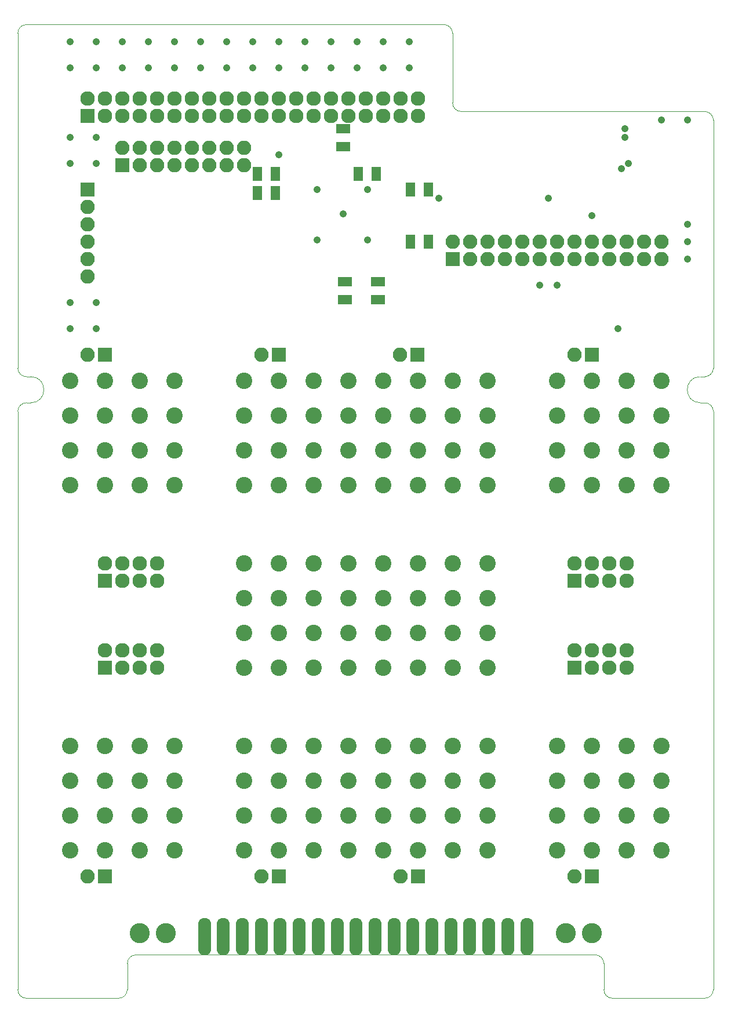
<source format=gbs>
G04 #@! TF.FileFunction,Soldermask,Bot*
%FSLAX46Y46*%
G04 Gerber Fmt 4.6, Leading zero omitted, Abs format (unit mm)*
G04 Created by KiCad (PCBNEW 4.0.7) date Monday, June 18, 2018 'PMt' 04:15:24 PM*
%MOMM*%
%LPD*%
G01*
G04 APERTURE LIST*
%ADD10C,0.020000*%
%ADD11C,0.100000*%
%ADD12C,2.940000*%
%ADD13O,1.924000X5.480000*%
%ADD14C,1.060400*%
%ADD15C,2.400000*%
%ADD16R,2.127200X2.127200*%
%ADD17O,2.127200X2.127200*%
%ADD18R,2.100000X2.100000*%
%ADD19O,2.100000X2.100000*%
%ADD20R,1.400000X2.000000*%
%ADD21R,2.000000X1.400000*%
G04 APERTURE END LIST*
D10*
D11*
X36068000Y-88900000D02*
X49530000Y-88900000D01*
X34798000Y-83820000D02*
X34798000Y-87630000D01*
X-33528000Y-82550000D02*
X33528000Y-82550000D01*
X-34798000Y-83820000D02*
X-34798000Y-87630000D01*
X34798000Y-83820000D02*
G75*
G03X33528000Y-82550000I-1270000J0D01*
G01*
X34798000Y-87630000D02*
G75*
G03X36068000Y-88900000I1270000J0D01*
G01*
X-33530217Y-82550002D02*
G75*
G03X-34798000Y-83820000I2217J-1269998D01*
G01*
X-34798000Y-87630000D02*
G75*
G02X-36068000Y-88900000I-1270000J0D01*
G01*
X-50800000Y-3175000D02*
G75*
G02X-49530000Y-1905000I1270000J0D01*
G01*
X-49530000Y-1905000D02*
X-48895000Y-1905000D01*
X-48895000Y1905000D02*
G75*
G02X-48895000Y-1905000I0J-1905000D01*
G01*
X-48895000Y1905000D02*
X-49530000Y1905000D01*
X-49530000Y1905000D02*
G75*
G02X-50800000Y3175000I0J1270000D01*
G01*
X-50800000Y52070000D02*
X-50800000Y3175000D01*
X-50800000Y52070000D02*
G75*
G02X-49530000Y53340000I1270000J0D01*
G01*
X11430000Y53340000D02*
X-49530000Y53340000D01*
X11430000Y53340000D02*
G75*
G02X12700000Y52070000I0J-1270000D01*
G01*
X12700000Y52070000D02*
X12700000Y41910000D01*
X13970000Y40640000D02*
G75*
G02X12700000Y41910000I0J1270000D01*
G01*
X13970000Y40640000D02*
X49530000Y40640000D01*
X49530000Y40640000D02*
G75*
G02X50800000Y39370000I0J-1270000D01*
G01*
X50800000Y3175000D02*
X50800000Y39370000D01*
X50800000Y3175000D02*
G75*
G02X49530000Y1905000I-1270000J0D01*
G01*
X48895000Y1905000D02*
X49530000Y1905000D01*
X48895000Y-1905000D02*
G75*
G02X48895000Y1905000I0J1905000D01*
G01*
X49530000Y-1905000D02*
X48895000Y-1905000D01*
X49530000Y-1905000D02*
G75*
G02X50800000Y-3175000I0J-1270000D01*
G01*
X50800000Y-87630000D02*
X50800000Y-3175000D01*
X50800000Y-87630000D02*
G75*
G02X49530000Y-88900000I-1270000J0D01*
G01*
X-49530000Y-88900000D02*
X-36068000Y-88900000D01*
X-49530000Y-88900000D02*
G75*
G02X-50800000Y-87630000I0J1270000D01*
G01*
X-50800000Y-3175000D02*
X-50800000Y-87630000D01*
D12*
X-33020000Y-79375000D03*
X-29210000Y-79375000D03*
X33020000Y-79375000D03*
X29210000Y-79375000D03*
D13*
X15227300Y-79862766D03*
X23533100Y-79862766D03*
X20764500Y-79862766D03*
X17995900Y-79862766D03*
X12458700Y-79862766D03*
X1384300Y-79862766D03*
X9690100Y-79862766D03*
X6921500Y-79862766D03*
X4152900Y-79862766D03*
X-1384300Y-79862766D03*
X-12458700Y-79862766D03*
X-4152900Y-79862766D03*
X-6921500Y-79862766D03*
X-9690100Y-79862766D03*
X-15227300Y-79862766D03*
X-23533100Y-79862766D03*
X-17995900Y-79862766D03*
X-20764500Y-79862766D03*
D14*
X38354000Y33020000D03*
X37846000Y38100000D03*
X37846000Y36830000D03*
X37338000Y32258000D03*
X36830000Y8890000D03*
X-12700000Y34290000D03*
X-43180000Y8890000D03*
X-39370000Y8890000D03*
X-39370000Y12700000D03*
X-43180000Y12700000D03*
X-39370000Y33020000D03*
X-43180000Y36830000D03*
X-39370000Y36830000D03*
X-43180000Y33020000D03*
X-5080000Y46990000D03*
X2540000Y46990000D03*
X6350000Y46990000D03*
X-8890000Y46990000D03*
X-1270000Y46990000D03*
X-35560000Y46990000D03*
X-31750000Y46990000D03*
X-39370000Y46990000D03*
X-27940000Y46990000D03*
X-20320000Y46990000D03*
X-43180000Y46990000D03*
X-24130000Y46990000D03*
X-12700000Y46990000D03*
X-16510000Y46990000D03*
X6350000Y50800000D03*
X2540000Y50800000D03*
X-5080000Y50800000D03*
X-8890000Y50800000D03*
X-12700000Y50800000D03*
X-16510000Y50800000D03*
X-1270000Y50800000D03*
X-20320000Y50800000D03*
X-24130000Y50800000D03*
X-27940000Y50800000D03*
X-31750000Y50800000D03*
X-35560000Y50800000D03*
X-39370000Y50800000D03*
X-43180000Y50800000D03*
X10668000Y27940000D03*
X25400000Y15240000D03*
X27940000Y15240000D03*
X46990000Y19050000D03*
X46990000Y21590000D03*
X46990000Y24130000D03*
X46990000Y39370000D03*
X43180000Y39370000D03*
X26670000Y27940000D03*
X33020000Y25400000D03*
X-7112000Y29210000D03*
X254000Y29210000D03*
X254000Y21844000D03*
X-7112000Y21844000D03*
D15*
X12700000Y-40640000D03*
X12700000Y-35560000D03*
X12700000Y-30480000D03*
X12700000Y-25400000D03*
X7620000Y-40640000D03*
X7620000Y-35560000D03*
X7620000Y-30480000D03*
X7620000Y-25400000D03*
X-2540000Y-25400000D03*
X-2540000Y-30480000D03*
X-2540000Y-35560000D03*
X-2540000Y-40640000D03*
X2540000Y-40640000D03*
X2540000Y-35560000D03*
X2540000Y-30480000D03*
X2540000Y-25400000D03*
D16*
X30480000Y-27940000D03*
D17*
X30480000Y-25400000D03*
X33020000Y-27940000D03*
X33020000Y-25400000D03*
X35560000Y-27940000D03*
X35560000Y-25400000D03*
X38100000Y-27940000D03*
X38100000Y-25400000D03*
D16*
X-38100000Y-27940000D03*
D17*
X-38100000Y-25400000D03*
X-35560000Y-27940000D03*
X-35560000Y-25400000D03*
X-33020000Y-27940000D03*
X-33020000Y-25400000D03*
X-30480000Y-27940000D03*
X-30480000Y-25400000D03*
D15*
X-43180000Y-13970000D03*
X-43180000Y-8890000D03*
X-43180000Y-3810000D03*
X-43180000Y1270000D03*
X-7620000Y-13970000D03*
X-7620000Y-8890000D03*
X-7620000Y-3810000D03*
X-7620000Y1270000D03*
X7620000Y-13970000D03*
X7620000Y-8890000D03*
X7620000Y-3810000D03*
X7620000Y1270000D03*
X2540000Y-13970000D03*
X2540000Y-8890000D03*
X2540000Y-3810000D03*
X2540000Y1270000D03*
X33020000Y-13970000D03*
X33020000Y-8890000D03*
X33020000Y-3810000D03*
X33020000Y1270000D03*
X27940000Y-13970000D03*
X27940000Y-8890000D03*
X27940000Y-3810000D03*
X27940000Y1270000D03*
X43180000Y-13970000D03*
X43180000Y-8890000D03*
X43180000Y-3810000D03*
X43180000Y1270000D03*
X38100000Y-13970000D03*
X38100000Y-8890000D03*
X38100000Y-3810000D03*
X38100000Y1270000D03*
X17780000Y-13970000D03*
X17780000Y-8890000D03*
X17780000Y-3810000D03*
X17780000Y1270000D03*
X12700000Y-13970000D03*
X12700000Y-8890000D03*
X12700000Y-3810000D03*
X12700000Y1270000D03*
X-2540000Y-13970000D03*
X-2540000Y-8890000D03*
X-2540000Y-3810000D03*
X-2540000Y1270000D03*
X-12700000Y-13970000D03*
X-12700000Y-8890000D03*
X-12700000Y-3810000D03*
X-12700000Y1270000D03*
X-17780000Y-13970000D03*
X-17780000Y-8890000D03*
X-17780000Y-3810000D03*
X-17780000Y1270000D03*
X-27940000Y-13970000D03*
X-27940000Y-8890000D03*
X-27940000Y-3810000D03*
X-27940000Y1270000D03*
X-33020000Y-13970000D03*
X-33020000Y-8890000D03*
X-33020000Y-3810000D03*
X-33020000Y1270000D03*
X-38100000Y-13970000D03*
X-38100000Y-8890000D03*
X-38100000Y-3810000D03*
X-38100000Y1270000D03*
X-17780000Y-25400000D03*
X-17780000Y-30480000D03*
X-17780000Y-35560000D03*
X-17780000Y-40640000D03*
X-12700000Y-25400000D03*
X-12700000Y-30480000D03*
X-12700000Y-35560000D03*
X-12700000Y-40640000D03*
X-7620000Y-25400000D03*
X-7620000Y-30480000D03*
X-7620000Y-35560000D03*
X-7620000Y-40640000D03*
D18*
X-40640000Y29210000D03*
D19*
X-40640000Y26670000D03*
X-40640000Y24130000D03*
X-40640000Y21590000D03*
X-40640000Y19050000D03*
X-40640000Y16510000D03*
D15*
X17780000Y-40640000D03*
X17780000Y-35560000D03*
X17780000Y-30480000D03*
X17780000Y-25400000D03*
X43180000Y-52070000D03*
X43180000Y-57150000D03*
X43180000Y-62230000D03*
X43180000Y-67310000D03*
X38100000Y-52070000D03*
X38100000Y-57150000D03*
X38100000Y-62230000D03*
X38100000Y-67310000D03*
X33020000Y-52070000D03*
X33020000Y-57150000D03*
X33020000Y-62230000D03*
X33020000Y-67310000D03*
X27940000Y-52070000D03*
X27940000Y-57150000D03*
X27940000Y-62230000D03*
X27940000Y-67310000D03*
X17780000Y-52070000D03*
X17780000Y-57150000D03*
X17780000Y-62230000D03*
X17780000Y-67310000D03*
X12700000Y-52070000D03*
X12700000Y-57150000D03*
X12700000Y-62230000D03*
X12700000Y-67310000D03*
X7620000Y-52070000D03*
X7620000Y-57150000D03*
X7620000Y-62230000D03*
X7620000Y-67310000D03*
X2540000Y-52070000D03*
X2540000Y-57150000D03*
X2540000Y-62230000D03*
X2540000Y-67310000D03*
X-2540000Y-52070000D03*
X-2540000Y-57150000D03*
X-2540000Y-62230000D03*
X-2540000Y-67310000D03*
X-7620000Y-52070000D03*
X-7620000Y-57150000D03*
X-7620000Y-62230000D03*
X-7620000Y-67310000D03*
X-12700000Y-52070000D03*
X-12700000Y-57150000D03*
X-12700000Y-62230000D03*
X-12700000Y-67310000D03*
X-17780000Y-52070000D03*
X-17780000Y-57150000D03*
X-17780000Y-62230000D03*
X-17780000Y-67310000D03*
X-27940000Y-52070000D03*
X-27940000Y-57150000D03*
X-27940000Y-62230000D03*
X-27940000Y-67310000D03*
X-33020000Y-52070000D03*
X-33020000Y-57150000D03*
X-33020000Y-62230000D03*
X-33020000Y-67310000D03*
X-38100000Y-52070000D03*
X-38100000Y-57150000D03*
X-38100000Y-62230000D03*
X-38100000Y-67310000D03*
X-43180000Y-52070000D03*
X-43180000Y-57150000D03*
X-43180000Y-62230000D03*
X-43180000Y-67310000D03*
D16*
X-40640000Y39992300D03*
D17*
X-40640000Y42532300D03*
X-38100000Y39992300D03*
X-38100000Y42532300D03*
X-35560000Y39992300D03*
X-35560000Y42532300D03*
X-33020000Y39992300D03*
X-33020000Y42532300D03*
X-30480000Y39992300D03*
X-30480000Y42532300D03*
X-27940000Y39992300D03*
X-27940000Y42532300D03*
X-25400000Y39992300D03*
X-25400000Y42532300D03*
X-22860000Y39992300D03*
X-22860000Y42532300D03*
X-20320000Y39992300D03*
X-20320000Y42532300D03*
X-17780000Y39992300D03*
X-17780000Y42532300D03*
X-15240000Y39992300D03*
X-15240000Y42532300D03*
X-12700000Y39992300D03*
X-12700000Y42532300D03*
X-10160000Y39992300D03*
X-10160000Y42532300D03*
X-7620000Y39992300D03*
X-7620000Y42532300D03*
X-5080000Y39992300D03*
X-5080000Y42532300D03*
X-2540000Y39992300D03*
X-2540000Y42532300D03*
X0Y39992300D03*
X0Y42532300D03*
X2540000Y39992300D03*
X2540000Y42532300D03*
X5080000Y39992300D03*
X5080000Y42532300D03*
X7620000Y39992300D03*
X7620000Y42532300D03*
D18*
X-35560000Y32766000D03*
D19*
X-35560000Y35306000D03*
X-33020000Y32766000D03*
X-33020000Y35306000D03*
X-30480000Y32766000D03*
X-30480000Y35306000D03*
X-27940000Y32766000D03*
X-27940000Y35306000D03*
X-25400000Y32766000D03*
X-25400000Y35306000D03*
X-22860000Y32766000D03*
X-22860000Y35306000D03*
X-20320000Y32766000D03*
X-20320000Y35306000D03*
X-17780000Y32766000D03*
X-17780000Y35306000D03*
D16*
X-38100000Y-40640000D03*
D17*
X-38100000Y-38100000D03*
X-35560000Y-40640000D03*
X-35560000Y-38100000D03*
X-33020000Y-40640000D03*
X-33020000Y-38100000D03*
X-30480000Y-40640000D03*
X-30480000Y-38100000D03*
D16*
X30480000Y-40640000D03*
D17*
X30480000Y-38100000D03*
X33020000Y-40640000D03*
X33020000Y-38100000D03*
X35560000Y-40640000D03*
X35560000Y-38100000D03*
X38100000Y-40640000D03*
X38100000Y-38100000D03*
D18*
X33020000Y5080000D03*
D19*
X30480000Y5080000D03*
D18*
X7605000Y5080000D03*
D19*
X5065000Y5080000D03*
D18*
X-12700000Y5080000D03*
D19*
X-15240000Y5080000D03*
D18*
X-38100000Y5080000D03*
D19*
X-40640000Y5080000D03*
D18*
X33020000Y-71120000D03*
D19*
X30480000Y-71120000D03*
D18*
X7620000Y-71120000D03*
D19*
X5080000Y-71120000D03*
D18*
X-12700000Y-71120000D03*
D19*
X-15240000Y-71120000D03*
D18*
X-38100000Y-71120000D03*
D19*
X-40640000Y-71120000D03*
D18*
X12700000Y19050000D03*
D19*
X12700000Y21590000D03*
X15240000Y19050000D03*
X15240000Y21590000D03*
X17780000Y19050000D03*
X17780000Y21590000D03*
X20320000Y19050000D03*
X20320000Y21590000D03*
X22860000Y19050000D03*
X22860000Y21590000D03*
X25400000Y19050000D03*
X25400000Y21590000D03*
X27940000Y19050000D03*
X27940000Y21590000D03*
X30480000Y19050000D03*
X30480000Y21590000D03*
X33020000Y19050000D03*
X33020000Y21590000D03*
X35560000Y19050000D03*
X35560000Y21590000D03*
X38100000Y19050000D03*
X38100000Y21590000D03*
X40640000Y19050000D03*
X40640000Y21590000D03*
X43180000Y19050000D03*
X43180000Y21590000D03*
D14*
X-3302000Y25654000D03*
D20*
X6574000Y21590000D03*
X9174000Y21590000D03*
D21*
X1778000Y15778000D03*
X1778000Y13178000D03*
D20*
X6574000Y29210000D03*
X9174000Y29210000D03*
D21*
X-3048000Y15778000D03*
X-3048000Y13178000D03*
X-3302000Y35530000D03*
X-3302000Y38130000D03*
D20*
X-13178000Y31496000D03*
X-15778000Y31496000D03*
X1554000Y31496000D03*
X-1046000Y31496000D03*
X-13178000Y28702000D03*
X-15778000Y28702000D03*
M02*

</source>
